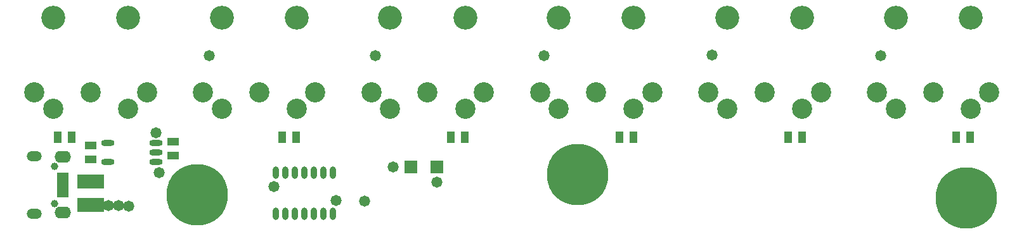
<source format=gts>
G04*
G04 #@! TF.GenerationSoftware,Altium Limited,Altium Designer,19.1.7 (138)*
G04*
G04 Layer_Color=8388736*
%FSLAX25Y25*%
%MOIN*%
G70*
G01*
G75*
%ADD24R,0.04343X0.05918*%
%ADD25R,0.05918X0.04343*%
%ADD26R,0.13989X0.07296*%
%ADD27R,0.06706X0.06706*%
%ADD28O,0.07099X0.03162*%
%ADD29O,0.03162X0.06509*%
%ADD30R,0.05918X0.02572*%
%ADD31C,0.32296*%
%ADD32C,0.12611*%
%ADD33C,0.10642*%
%ADD34C,0.03950*%
%ADD35O,0.07887X0.05328*%
%ADD36O,0.08674X0.06312*%
%ADD37C,0.05800*%
D24*
X21949Y-72835D02*
D03*
X29232D02*
D03*
X494390D02*
D03*
X501673D02*
D03*
X228642D02*
D03*
X235925D02*
D03*
X317520D02*
D03*
X324803D02*
D03*
X406102D02*
D03*
X413386D02*
D03*
X140059D02*
D03*
X147343D02*
D03*
D25*
X82677Y-82382D02*
D03*
Y-75098D02*
D03*
X39370Y-84350D02*
D03*
Y-77067D02*
D03*
D26*
Y-108563D02*
D03*
Y-96161D02*
D03*
D27*
X221457Y-88583D02*
D03*
X207677D02*
D03*
D28*
X73819Y-85709D02*
D03*
Y-80709D02*
D03*
Y-75709D02*
D03*
X48228Y-85709D02*
D03*
Y-75709D02*
D03*
D29*
X136575Y-113091D02*
D03*
X141575D02*
D03*
X146575D02*
D03*
X151575D02*
D03*
X156575D02*
D03*
X161575D02*
D03*
X166575D02*
D03*
X136575Y-91634D02*
D03*
X141575D02*
D03*
X146575D02*
D03*
X151575D02*
D03*
X156575D02*
D03*
X161575D02*
D03*
X166575D02*
D03*
D30*
X24803Y-103051D02*
D03*
Y-100492D02*
D03*
Y-97933D02*
D03*
Y-95374D02*
D03*
Y-92815D02*
D03*
D31*
X499855Y-104751D02*
D03*
X295367Y-92576D02*
D03*
X95230Y-103051D02*
D03*
D32*
X462598Y-9843D02*
D03*
X501968D02*
D03*
X374016D02*
D03*
X413386D02*
D03*
X285433D02*
D03*
X324803D02*
D03*
X196850D02*
D03*
X236221D02*
D03*
X108268D02*
D03*
X147638D02*
D03*
X19685Y-9843D02*
D03*
X59055D02*
D03*
D33*
X452756Y-49213D02*
D03*
X462598Y-57874D02*
D03*
X482283Y-49213D02*
D03*
X501968Y-57874D02*
D03*
X511811Y-49213D02*
D03*
X364173D02*
D03*
X374016Y-57874D02*
D03*
X393701Y-49213D02*
D03*
X413386Y-57874D02*
D03*
X423228Y-49213D02*
D03*
X275590D02*
D03*
X285433Y-57874D02*
D03*
X305118Y-49213D02*
D03*
X324803Y-57874D02*
D03*
X334646Y-49213D02*
D03*
X187008D02*
D03*
X196850Y-57874D02*
D03*
X216535Y-49213D02*
D03*
X236221Y-57874D02*
D03*
X246063Y-49213D02*
D03*
X98425D02*
D03*
X108268Y-57874D02*
D03*
X127953Y-49213D02*
D03*
X147638Y-57874D02*
D03*
X157480Y-49213D02*
D03*
X9843Y-49213D02*
D03*
X19685Y-57874D02*
D03*
X39370Y-49213D02*
D03*
X59055Y-57874D02*
D03*
X68898Y-49213D02*
D03*
D34*
X20472Y-107776D02*
D03*
Y-88090D02*
D03*
D35*
X9843Y-82677D02*
D03*
Y-113189D02*
D03*
D36*
X24803Y-83268D02*
D03*
Y-112598D02*
D03*
D37*
X168308Y-106300D02*
D03*
X135827Y-98917D02*
D03*
X101654Y-29804D02*
D03*
X454811Y-29933D02*
D03*
X366142Y-29528D02*
D03*
X277729Y-29850D02*
D03*
X188945Y-29989D02*
D03*
X73819Y-70374D02*
D03*
X75295Y-91535D02*
D03*
X221506Y-96408D02*
D03*
X59330Y-109013D02*
D03*
X54105Y-108939D02*
D03*
X48817D02*
D03*
X183217Y-106501D02*
D03*
X198367Y-88463D02*
D03*
M02*

</source>
